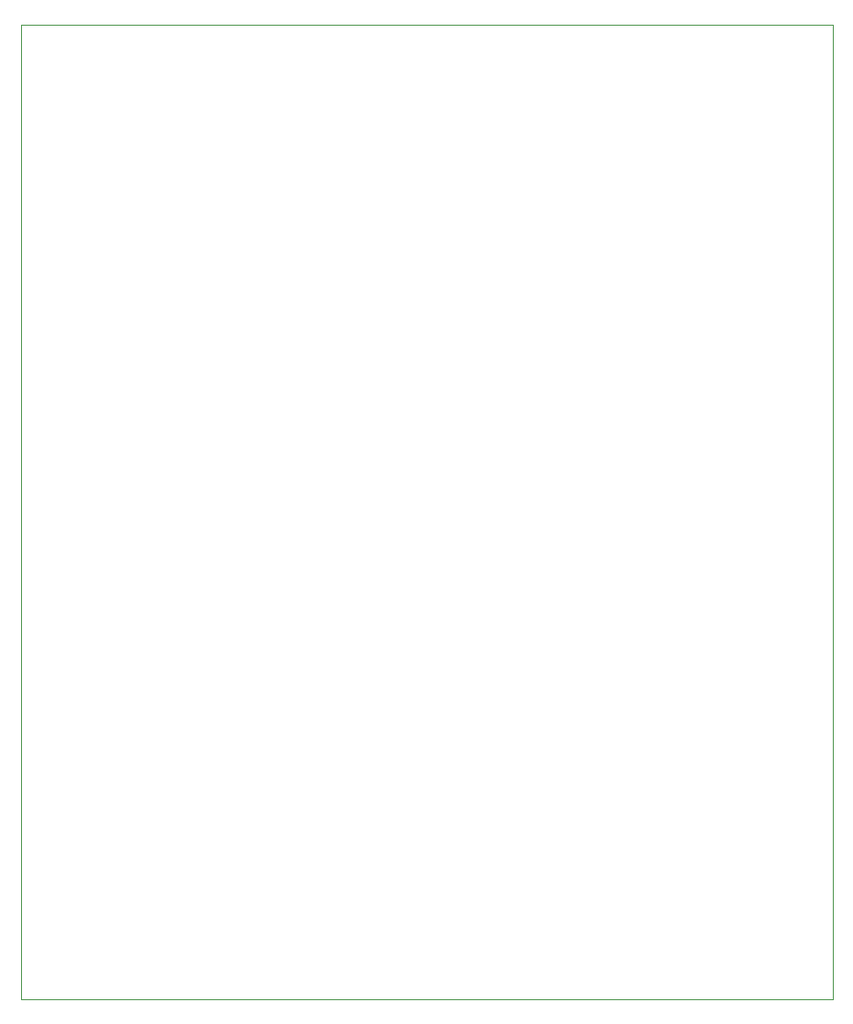
<source format=gko>
G04*
G04 #@! TF.GenerationSoftware,Altium Limited,Altium Designer,18.1.9 (240)*
G04*
G04 Layer_Color=16711935*
%FSLAX44Y44*%
%MOMM*%
G71*
G01*
G75*
%ADD15C,0.1000*%
D15*
X0Y0D02*
Y900000D01*
X750000D01*
Y0D02*
Y900000D01*
X0Y0D02*
X750000D01*
M02*

</source>
